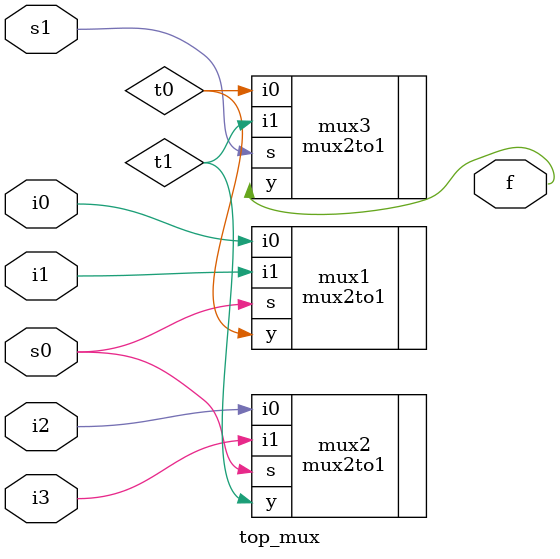
<source format=v>
`timescale 1ns / 1ps


module top_mux(
    input s0,
    input s1,
    input i0,
    input i1,
    input i2,
    input i3,
    output f
    );
    
    wire t0, t1;
    
    mux2to1 mux1 (.s(s0), .i0(i0), .i1(i1), .y(t0));
    mux2to1 mux2 (.s(s0), .i0(i2), .i1(i3), .y(t1));
    mux2to1 mux3 (.s(s1), .i0(t0), .i1(t1), .y(f));    
endmodule

</source>
